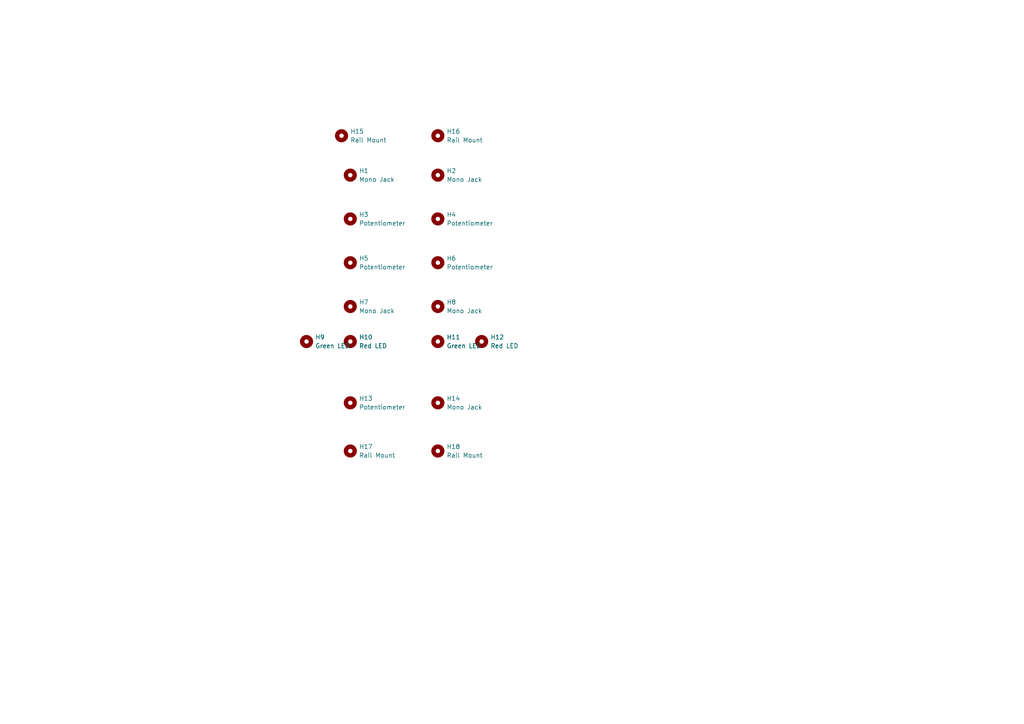
<source format=kicad_sch>
(kicad_sch (version 20231120) (generator "eeschema") (generator_version "8.0")
  (paper "A4")
  (lib_symbols
    (symbol "Mechanical:MountingHole" (pin_names (offset 1.016)) (exclude_from_sim yes) (in_bom no)
      (property "Reference" "H" (at 0 5.08 0))
      (property "Value" "MountingHole" (at 0 3.175 0))
      (symbol "MountingHole_0_1"
        (circle (center 0 0) (radius 1.27) (stroke (width 1.27)))
      )
    )
  )
  (symbol (lib_id "Mechanical:MountingHole") (at 101.6 99.06 0) (unit 1) (exclude_from_sim yes) (in_bom no)
    (property "Reference" "H10" (at 104.14 97.7899 0) (effects (justify left)))
    (property "Value" "Red LED" (at 104.14 100.3299 0) (effects (justify left)))
    (property "Footprint" "MountingHole:MountingHole_3.2mm_M3_DIN965" (effects (hide yes)))
    (property "Description" "Mounting Hole without connection" (effects (hide yes)))
  )
  (symbol (lib_id "Mechanical:MountingHole") (at 127 99.06 0) (unit 1) (exclude_from_sim yes) (in_bom no)
    (property "Reference" "H11" (at 129.54 97.7899 0) (effects (justify left)))
    (property "Value" "Green LED" (at 129.54 100.3299 0) (effects (justify left)))
    (property "Footprint" "MountingHole:MountingHole_3.2mm_M3_DIN965" (effects (hide yes)))
    (property "Description" "Mounting Hole without connection" (effects (hide yes)))
  )
  (symbol (lib_id "Mechanical:MountingHole") (at 101.6 50.8 0) (unit 1) (exclude_from_sim yes) (in_bom no)
    (property "Reference" "H1" (at 104.14 49.5299 0) (effects (justify left)))
    (property "Value" "Mono Jack" (at 104.14 52.0699 0) (effects (justify left)))
    (property "Footprint" "AudioJacks:PanelHole_AudioJack_6.8mm" (effects (hide yes)))
    (property "Description" "Mounting Hole without connection" (effects (hide yes)))
  )
  (symbol (lib_id "Mechanical:MountingHole") (at 127 39.37 0) (unit 1) (exclude_from_sim yes) (in_bom no)
    (property "Reference" "H16" (at 129.54 38.0999 0) (effects (justify left)))
    (property "Value" "Rail Mount" (at 129.54 40.6399 0) (effects (justify left)))
    (property "Footprint" "MountingHole:MountingHole_3.2mm_M3_DIN965" (effects (hide yes)))
    (property "Description" "Mounting Hole without connection" (effects (hide yes)))
  )
  (symbol (lib_id "Mechanical:MountingHole") (at 127 50.8 0) (unit 1) (exclude_from_sim yes) (in_bom no)
    (property "Reference" "H2" (at 129.54 49.5299 0) (effects (justify left)))
    (property "Value" "Mono Jack" (at 129.54 52.0699 0) (effects (justify left)))
    (property "Footprint" "AudioJacks:PanelHole_AudioJack_6.8mm" (effects (hide yes)))
    (property "Description" "Mounting Hole without connection" (effects (hide yes)))
  )
  (symbol (lib_id "Mechanical:MountingHole") (at 101.6 63.5 0) (unit 1) (exclude_from_sim yes) (in_bom no)
    (property "Reference" "H3" (at 104.14 62.2299 0) (effects (justify left)))
    (property "Value" "Potentiometer" (at 104.14 64.7699 0) (effects (justify left)))
    (property "Footprint" "AudioJacks:PanelHole_Potentiometer_6.8mm_13mm_knob" (effects (hide yes)))
    (property "Description" "Mounting Hole without connection" (effects (hide yes)))
  )
  (symbol (lib_id "Mechanical:MountingHole") (at 127 63.5 0) (unit 1) (exclude_from_sim yes) (in_bom no)
    (property "Reference" "H4" (at 129.54 62.2299 0) (effects (justify left)))
    (property "Value" "Potentiometer" (at 129.54 64.7699 0) (effects (justify left)))
    (property "Footprint" "AudioJacks:PanelHole_Potentiometer_6.8mm_13mm_knob" (effects (hide yes)))
    (property "Description" "Mounting Hole without connection" (effects (hide yes)))
  )
  (symbol (lib_id "Mechanical:MountingHole") (at 99.06 39.37 0) (unit 1) (exclude_from_sim yes) (in_bom no)
    (property "Reference" "H15" (at 101.6 38.0999 0) (effects (justify left)))
    (property "Value" "Rail Mount" (at 101.6 40.6399 0) (effects (justify left)))
    (property "Footprint" "MountingHole:MountingHole_3.2mm_M3_DIN965" (effects (hide yes)))
    (property "Description" "Mounting Hole without connection" (effects (hide yes)))
  )
  (symbol (lib_id "Mechanical:MountingHole") (at 127 130.81 0) (unit 1) (exclude_from_sim yes) (in_bom no)
    (property "Reference" "H18" (at 129.54 129.5399 0) (effects (justify left)))
    (property "Value" "Rail Mount" (at 129.54 132.0799 0) (effects (justify left)))
    (property "Footprint" "MountingHole:MountingHole_3.2mm_M3_DIN965" (effects (hide yes)))
    (property "Description" "Mounting Hole without connection" (effects (hide yes)))
  )
  (symbol (lib_id "Mechanical:MountingHole") (at 127 116.84 0) (unit 1) (exclude_from_sim yes) (in_bom no)
    (property "Reference" "H14" (at 129.54 115.5699 0) (effects (justify left)))
    (property "Value" "Mono Jack" (at 129.54 118.1099 0) (effects (justify left)))
    (property "Footprint" "AudioJacks:PanelHole_AudioJack_6.8mm" (effects (hide yes)))
    (property "Description" "Mounting Hole without connection" (effects (hide yes)))
  )
  (symbol (lib_id "Mechanical:MountingHole") (at 101.6 76.2 0) (unit 1) (exclude_from_sim yes) (in_bom no)
    (property "Reference" "H5" (at 104.14 74.9299 0) (effects (justify left)))
    (property "Value" "Potentiometer" (at 104.14 77.4699 0) (effects (justify left)))
    (property "Footprint" "AudioJacks:PanelHole_Potentiometer_6.8mm_13mm_knob" (effects (hide yes)))
    (property "Description" "Mounting Hole without connection" (effects (hide yes)))
  )
  (symbol (lib_id "Mechanical:MountingHole") (at 101.6 88.9 0) (unit 1) (exclude_from_sim yes) (in_bom no)
    (property "Reference" "H7" (at 104.14 87.6299 0) (effects (justify left)))
    (property "Value" "Mono Jack" (at 104.14 90.1699 0) (effects (justify left)))
    (property "Footprint" "AudioJacks:PanelHole_AudioJack_6.8mm" (effects (hide yes)))
    (property "Description" "Mounting Hole without connection" (effects (hide yes)))
  )
  (symbol (lib_id "Mechanical:MountingHole") (at 101.6 116.84 0) (unit 1) (exclude_from_sim yes) (in_bom no)
    (property "Reference" "H13" (at 104.14 115.5699 0) (effects (justify left)))
    (property "Value" "Potentiometer" (at 104.14 118.1099 0) (effects (justify left)))
    (property "Footprint" "AudioJacks:PanelHole_Potentiometer_6.8mm_13mm_knob" (effects (hide yes)))
    (property "Description" "Mounting Hole without connection" (effects (hide yes)))
  )
  (symbol (lib_id "Mechanical:MountingHole") (at 139.7 99.06 0) (unit 1) (exclude_from_sim yes) (in_bom no)
    (property "Reference" "H12" (at 142.24 97.7899 0) (effects (justify left)))
    (property "Value" "Red LED" (at 142.24 100.3299 0) (effects (justify left)))
    (property "Footprint" "MountingHole:MountingHole_3.2mm_M3_DIN965" (effects (hide yes)))
    (property "Description" "Mounting Hole without connection" (effects (hide yes)))
  )
  (symbol (lib_id "Mechanical:MountingHole") (at 127 76.2 0) (unit 1) (exclude_from_sim yes) (in_bom no)
    (property "Reference" "H6" (at 129.54 74.9299 0) (effects (justify left)))
    (property "Value" "Potentiometer" (at 129.54 77.4699 0) (effects (justify left)))
    (property "Footprint" "AudioJacks:PanelHole_Potentiometer_6.8mm_13mm_knob" (effects (hide yes)))
    (property "Description" "Mounting Hole without connection" (effects (hide yes)))
  )
  (symbol (lib_id "Mechanical:MountingHole") (at 88.9 99.06 0) (unit 1) (exclude_from_sim yes) (in_bom no)
    (property "Reference" "H9" (at 91.44 97.7899 0) (effects (justify left)))
    (property "Value" "Green LED" (at 91.44 100.3299 0) (effects (justify left)))
    (property "Footprint" "MountingHole:MountingHole_3.2mm_M3_DIN965" (effects (hide yes)))
    (property "Description" "Mounting Hole without connection" (effects (hide yes)))
  )
  (symbol (lib_id "Mechanical:MountingHole") (at 127 88.9 0) (unit 1) (exclude_from_sim yes) (in_bom no)
    (property "Reference" "H8" (at 129.54 87.6299 0) (effects (justify left)))
    (property "Value" "Mono Jack" (at 129.54 90.1699 0) (effects (justify left)))
    (property "Footprint" "AudioJacks:PanelHole_AudioJack_6.8mm" (effects (hide yes)))
    (property "Description" "Mounting Hole without connection" (effects (hide yes)))
  )
  (symbol (lib_id "Mechanical:MountingHole") (at 101.6 130.81 0) (unit 1) (exclude_from_sim yes) (in_bom no)
    (property "Reference" "H17" (at 104.14 129.5399 0) (effects (justify left)))
    (property "Value" "Rail Mount" (at 104.14 132.0799 0) (effects (justify left)))
    (property "Footprint" "MountingHole:MountingHole_3.2mm_M3_DIN965" (effects (hide yes)))
    (property "Description" "Mounting Hole without connection" (effects (hide yes)))
  )
)
</source>
